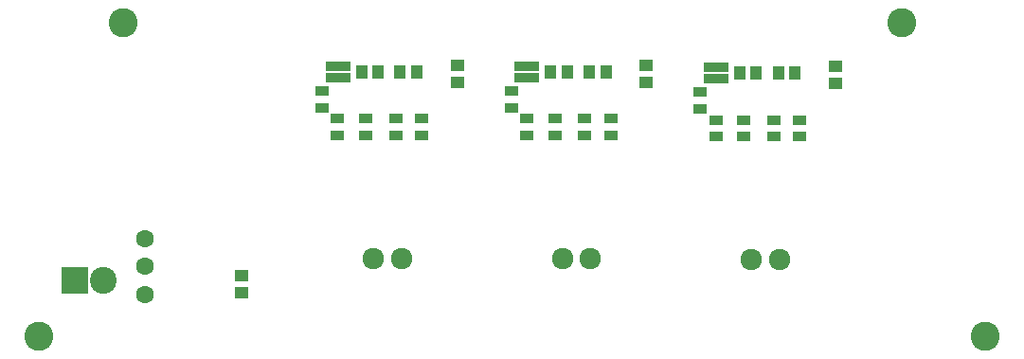
<source format=gbs>
G04 #@! TF.GenerationSoftware,KiCad,Pcbnew,(5.0.0)*
G04 #@! TF.CreationDate,2019-07-10T12:28:10+09:00*
G04 #@! TF.ProjectId,MainCircuit_v2_bottom,4D61696E436972637569745F76325F62,rev?*
G04 #@! TF.SameCoordinates,Original*
G04 #@! TF.FileFunction,Soldermask,Bot*
G04 #@! TF.FilePolarity,Negative*
%FSLAX46Y46*%
G04 Gerber Fmt 4.6, Leading zero omitted, Abs format (unit mm)*
G04 Created by KiCad (PCBNEW (5.0.0)) date 07/10/19 12:28:10*
%MOMM*%
%LPD*%
G01*
G04 APERTURE LIST*
%ADD10C,1.924000*%
%ADD11C,1.600000*%
%ADD12R,1.200000X1.100000*%
%ADD13R,2.400000X2.400000*%
%ADD14C,2.400000*%
%ADD15R,1.100000X1.200000*%
%ADD16R,1.200000X0.900000*%
%ADD17R,0.650000X0.900000*%
%ADD18C,2.600000*%
G04 APERTURE END LIST*
D10*
G04 #@! TO.C,J3*
X154250000Y-101650000D03*
X156750000Y-101650000D03*
G04 #@! TD*
D11*
G04 #@! TO.C,SW2*
X116950000Y-104850000D03*
X116950000Y-102350000D03*
X116950000Y-99850000D03*
G04 #@! TD*
D12*
G04 #@! TO.C,C39*
X125550000Y-103175000D03*
X125550000Y-104675000D03*
G04 #@! TD*
D13*
G04 #@! TO.C,J6*
X110700000Y-103600000D03*
D14*
X113200000Y-103600000D03*
G04 #@! TD*
D15*
G04 #@! TO.C,C24*
X158125000Y-84950000D03*
X156625000Y-84950000D03*
G04 #@! TD*
G04 #@! TO.C,C22*
X170075000Y-85050000D03*
X171575000Y-85050000D03*
G04 #@! TD*
D12*
G04 #@! TO.C,C16*
X178650000Y-84475000D03*
X178650000Y-85975000D03*
G04 #@! TD*
D16*
G04 #@! TO.C,R18*
X166550000Y-88250000D03*
X166550000Y-86750000D03*
G04 #@! TD*
G04 #@! TO.C,R10*
X136650000Y-89150000D03*
X136650000Y-90650000D03*
G04 #@! TD*
G04 #@! TO.C,R19*
X149650000Y-88150000D03*
X149650000Y-86650000D03*
G04 #@! TD*
G04 #@! TO.C,R21*
X173150000Y-89250000D03*
X173150000Y-90750000D03*
G04 #@! TD*
G04 #@! TO.C,R8*
X141650000Y-89150000D03*
X141650000Y-90650000D03*
G04 #@! TD*
G04 #@! TO.C,R20*
X175450000Y-89250000D03*
X175450000Y-90750000D03*
G04 #@! TD*
D17*
G04 #@! TO.C,RN1*
X133920000Y-84440000D03*
X134420000Y-84440000D03*
X134420000Y-85440000D03*
X133920000Y-85440000D03*
X134920000Y-85440000D03*
X133420000Y-84440000D03*
X133420000Y-85440000D03*
X134920000Y-84440000D03*
G04 #@! TD*
D18*
G04 #@! TO.C,REF\002A\002A*
X114950000Y-80550000D03*
G04 #@! TD*
G04 #@! TO.C,REF\002A\002A*
X184550000Y-80550000D03*
G04 #@! TD*
G04 #@! TO.C,REF\002A\002A*
X192050000Y-108550000D03*
G04 #@! TD*
G04 #@! TO.C,REF\002A\002A*
X107450000Y-108550000D03*
G04 #@! TD*
D12*
G04 #@! TO.C,C6*
X144850000Y-85875000D03*
X144850000Y-84375000D03*
G04 #@! TD*
D15*
G04 #@! TO.C,C9*
X139725000Y-84950000D03*
X141225000Y-84950000D03*
G04 #@! TD*
G04 #@! TO.C,C10*
X136275000Y-84950000D03*
X137775000Y-84950000D03*
G04 #@! TD*
D12*
G04 #@! TO.C,C17*
X161750000Y-84375000D03*
X161750000Y-85875000D03*
G04 #@! TD*
D15*
G04 #@! TO.C,C21*
X173525000Y-85050000D03*
X175025000Y-85050000D03*
G04 #@! TD*
G04 #@! TO.C,C25*
X153175000Y-84950000D03*
X154675000Y-84950000D03*
G04 #@! TD*
D10*
G04 #@! TO.C,J1*
X137350000Y-101650000D03*
X139850000Y-101650000D03*
G04 #@! TD*
G04 #@! TO.C,J2*
X173650000Y-101750000D03*
X171150000Y-101750000D03*
G04 #@! TD*
D16*
G04 #@! TO.C,R7*
X132750000Y-86650000D03*
X132750000Y-88150000D03*
G04 #@! TD*
G04 #@! TO.C,R9*
X139350000Y-90650000D03*
X139350000Y-89150000D03*
G04 #@! TD*
G04 #@! TO.C,R11*
X134150000Y-89150000D03*
X134150000Y-90650000D03*
G04 #@! TD*
G04 #@! TO.C,R22*
X170450000Y-89250000D03*
X170450000Y-90750000D03*
G04 #@! TD*
G04 #@! TO.C,R23*
X167950000Y-89250000D03*
X167950000Y-90750000D03*
G04 #@! TD*
G04 #@! TO.C,R24*
X158550000Y-89150000D03*
X158550000Y-90650000D03*
G04 #@! TD*
G04 #@! TO.C,R25*
X156250000Y-90650000D03*
X156250000Y-89150000D03*
G04 #@! TD*
G04 #@! TO.C,R26*
X153550000Y-89150000D03*
X153550000Y-90650000D03*
G04 #@! TD*
G04 #@! TO.C,R27*
X151050000Y-90650000D03*
X151050000Y-89150000D03*
G04 #@! TD*
D17*
G04 #@! TO.C,RN2*
X168720000Y-84540000D03*
X167220000Y-85540000D03*
X167220000Y-84540000D03*
X168720000Y-85540000D03*
X167720000Y-85540000D03*
X168220000Y-85540000D03*
X168220000Y-84540000D03*
X167720000Y-84540000D03*
G04 #@! TD*
G04 #@! TO.C,RN3*
X150820000Y-84440000D03*
X151320000Y-84440000D03*
X151320000Y-85440000D03*
X150820000Y-85440000D03*
X151820000Y-85440000D03*
X150320000Y-84440000D03*
X150320000Y-85440000D03*
X151820000Y-84440000D03*
G04 #@! TD*
M02*

</source>
